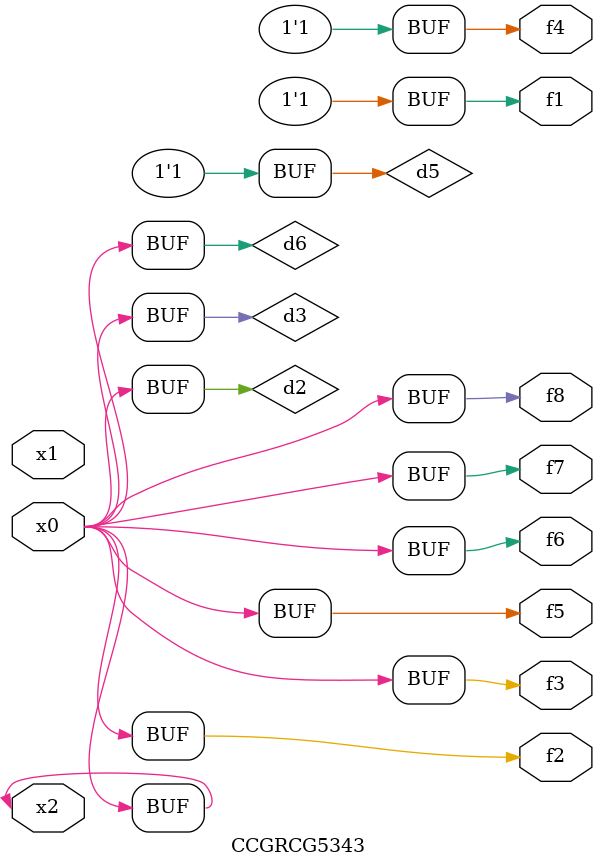
<source format=v>
module CCGRCG5343(
	input x0, x1, x2,
	output f1, f2, f3, f4, f5, f6, f7, f8
);

	wire d1, d2, d3, d4, d5, d6;

	xnor (d1, x2);
	buf (d2, x0, x2);
	and (d3, x0);
	xnor (d4, x1, x2);
	nand (d5, d1, d3);
	buf (d6, d2, d3);
	assign f1 = d5;
	assign f2 = d6;
	assign f3 = d6;
	assign f4 = d5;
	assign f5 = d6;
	assign f6 = d6;
	assign f7 = d6;
	assign f8 = d6;
endmodule

</source>
